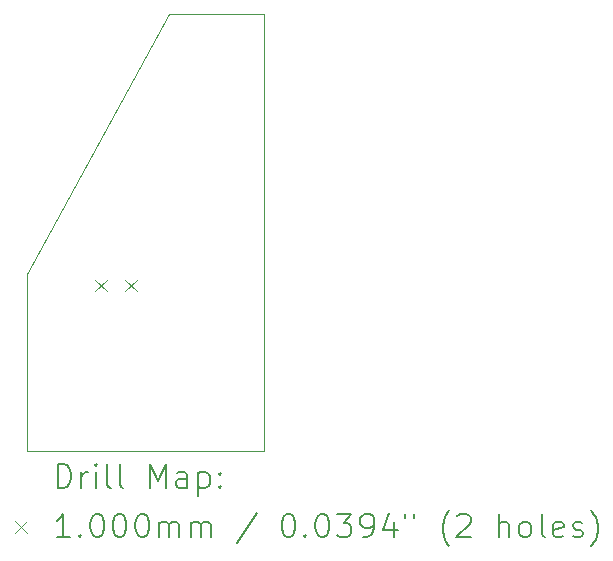
<source format=gbr>
%TF.GenerationSoftware,KiCad,Pcbnew,7.0.5*%
%TF.CreationDate,2023-10-15T18:06:02-04:00*%
%TF.ProjectId,Probe,50726f62-652e-46b6-9963-61645f706362,rev?*%
%TF.SameCoordinates,PX7270e00PY6a55ae0*%
%TF.FileFunction,Drillmap*%
%TF.FilePolarity,Positive*%
%FSLAX45Y45*%
G04 Gerber Fmt 4.5, Leading zero omitted, Abs format (unit mm)*
G04 Created by KiCad (PCBNEW 7.0.5) date 2023-10-15 18:06:02*
%MOMM*%
%LPD*%
G01*
G04 APERTURE LIST*
%ADD10C,0.050000*%
%ADD11C,0.200000*%
%ADD12C,0.100000*%
G04 APERTURE END LIST*
D10*
X2000000Y0D02*
X0Y0D01*
X0Y1500000D01*
X1200000Y3700000D01*
X2000000Y3700000D01*
X2000000Y0D01*
D11*
D12*
X572500Y1450000D02*
X672500Y1350000D01*
X672500Y1450000D02*
X572500Y1350000D01*
X826500Y1450000D02*
X926500Y1350000D01*
X926500Y1450000D02*
X826500Y1350000D01*
D11*
X258277Y-313984D02*
X258277Y-113984D01*
X258277Y-113984D02*
X305896Y-113984D01*
X305896Y-113984D02*
X334467Y-123508D01*
X334467Y-123508D02*
X353515Y-142555D01*
X353515Y-142555D02*
X363039Y-161603D01*
X363039Y-161603D02*
X372562Y-199698D01*
X372562Y-199698D02*
X372562Y-228269D01*
X372562Y-228269D02*
X363039Y-266365D01*
X363039Y-266365D02*
X353515Y-285412D01*
X353515Y-285412D02*
X334467Y-304460D01*
X334467Y-304460D02*
X305896Y-313984D01*
X305896Y-313984D02*
X258277Y-313984D01*
X458277Y-313984D02*
X458277Y-180650D01*
X458277Y-218746D02*
X467801Y-199698D01*
X467801Y-199698D02*
X477324Y-190174D01*
X477324Y-190174D02*
X496372Y-180650D01*
X496372Y-180650D02*
X515420Y-180650D01*
X582086Y-313984D02*
X582086Y-180650D01*
X582086Y-113984D02*
X572563Y-123508D01*
X572563Y-123508D02*
X582086Y-133031D01*
X582086Y-133031D02*
X591610Y-123508D01*
X591610Y-123508D02*
X582086Y-113984D01*
X582086Y-113984D02*
X582086Y-133031D01*
X705896Y-313984D02*
X686848Y-304460D01*
X686848Y-304460D02*
X677324Y-285412D01*
X677324Y-285412D02*
X677324Y-113984D01*
X810658Y-313984D02*
X791610Y-304460D01*
X791610Y-304460D02*
X782086Y-285412D01*
X782086Y-285412D02*
X782086Y-113984D01*
X1039229Y-313984D02*
X1039229Y-113984D01*
X1039229Y-113984D02*
X1105896Y-256841D01*
X1105896Y-256841D02*
X1172563Y-113984D01*
X1172563Y-113984D02*
X1172563Y-313984D01*
X1353515Y-313984D02*
X1353515Y-209222D01*
X1353515Y-209222D02*
X1343991Y-190174D01*
X1343991Y-190174D02*
X1324944Y-180650D01*
X1324944Y-180650D02*
X1286848Y-180650D01*
X1286848Y-180650D02*
X1267801Y-190174D01*
X1353515Y-304460D02*
X1334467Y-313984D01*
X1334467Y-313984D02*
X1286848Y-313984D01*
X1286848Y-313984D02*
X1267801Y-304460D01*
X1267801Y-304460D02*
X1258277Y-285412D01*
X1258277Y-285412D02*
X1258277Y-266365D01*
X1258277Y-266365D02*
X1267801Y-247317D01*
X1267801Y-247317D02*
X1286848Y-237793D01*
X1286848Y-237793D02*
X1334467Y-237793D01*
X1334467Y-237793D02*
X1353515Y-228269D01*
X1448753Y-180650D02*
X1448753Y-380650D01*
X1448753Y-190174D02*
X1467801Y-180650D01*
X1467801Y-180650D02*
X1505896Y-180650D01*
X1505896Y-180650D02*
X1524943Y-190174D01*
X1524943Y-190174D02*
X1534467Y-199698D01*
X1534467Y-199698D02*
X1543991Y-218746D01*
X1543991Y-218746D02*
X1543991Y-275889D01*
X1543991Y-275889D02*
X1534467Y-294936D01*
X1534467Y-294936D02*
X1524943Y-304460D01*
X1524943Y-304460D02*
X1505896Y-313984D01*
X1505896Y-313984D02*
X1467801Y-313984D01*
X1467801Y-313984D02*
X1448753Y-304460D01*
X1629705Y-294936D02*
X1639229Y-304460D01*
X1639229Y-304460D02*
X1629705Y-313984D01*
X1629705Y-313984D02*
X1620182Y-304460D01*
X1620182Y-304460D02*
X1629705Y-294936D01*
X1629705Y-294936D02*
X1629705Y-313984D01*
X1629705Y-190174D02*
X1639229Y-199698D01*
X1639229Y-199698D02*
X1629705Y-209222D01*
X1629705Y-209222D02*
X1620182Y-199698D01*
X1620182Y-199698D02*
X1629705Y-190174D01*
X1629705Y-190174D02*
X1629705Y-209222D01*
D12*
X-102500Y-592500D02*
X-2500Y-692500D01*
X-2500Y-592500D02*
X-102500Y-692500D01*
D11*
X363039Y-733984D02*
X248753Y-733984D01*
X305896Y-733984D02*
X305896Y-533984D01*
X305896Y-533984D02*
X286848Y-562555D01*
X286848Y-562555D02*
X267801Y-581603D01*
X267801Y-581603D02*
X248753Y-591127D01*
X448753Y-714936D02*
X458277Y-724460D01*
X458277Y-724460D02*
X448753Y-733984D01*
X448753Y-733984D02*
X439229Y-724460D01*
X439229Y-724460D02*
X448753Y-714936D01*
X448753Y-714936D02*
X448753Y-733984D01*
X582086Y-533984D02*
X601134Y-533984D01*
X601134Y-533984D02*
X620182Y-543508D01*
X620182Y-543508D02*
X629705Y-553031D01*
X629705Y-553031D02*
X639229Y-572079D01*
X639229Y-572079D02*
X648753Y-610174D01*
X648753Y-610174D02*
X648753Y-657793D01*
X648753Y-657793D02*
X639229Y-695889D01*
X639229Y-695889D02*
X629705Y-714936D01*
X629705Y-714936D02*
X620182Y-724460D01*
X620182Y-724460D02*
X601134Y-733984D01*
X601134Y-733984D02*
X582086Y-733984D01*
X582086Y-733984D02*
X563039Y-724460D01*
X563039Y-724460D02*
X553515Y-714936D01*
X553515Y-714936D02*
X543991Y-695889D01*
X543991Y-695889D02*
X534467Y-657793D01*
X534467Y-657793D02*
X534467Y-610174D01*
X534467Y-610174D02*
X543991Y-572079D01*
X543991Y-572079D02*
X553515Y-553031D01*
X553515Y-553031D02*
X563039Y-543508D01*
X563039Y-543508D02*
X582086Y-533984D01*
X772562Y-533984D02*
X791610Y-533984D01*
X791610Y-533984D02*
X810658Y-543508D01*
X810658Y-543508D02*
X820182Y-553031D01*
X820182Y-553031D02*
X829705Y-572079D01*
X829705Y-572079D02*
X839229Y-610174D01*
X839229Y-610174D02*
X839229Y-657793D01*
X839229Y-657793D02*
X829705Y-695889D01*
X829705Y-695889D02*
X820182Y-714936D01*
X820182Y-714936D02*
X810658Y-724460D01*
X810658Y-724460D02*
X791610Y-733984D01*
X791610Y-733984D02*
X772562Y-733984D01*
X772562Y-733984D02*
X753515Y-724460D01*
X753515Y-724460D02*
X743991Y-714936D01*
X743991Y-714936D02*
X734467Y-695889D01*
X734467Y-695889D02*
X724943Y-657793D01*
X724943Y-657793D02*
X724943Y-610174D01*
X724943Y-610174D02*
X734467Y-572079D01*
X734467Y-572079D02*
X743991Y-553031D01*
X743991Y-553031D02*
X753515Y-543508D01*
X753515Y-543508D02*
X772562Y-533984D01*
X963039Y-533984D02*
X982086Y-533984D01*
X982086Y-533984D02*
X1001134Y-543508D01*
X1001134Y-543508D02*
X1010658Y-553031D01*
X1010658Y-553031D02*
X1020182Y-572079D01*
X1020182Y-572079D02*
X1029705Y-610174D01*
X1029705Y-610174D02*
X1029705Y-657793D01*
X1029705Y-657793D02*
X1020182Y-695889D01*
X1020182Y-695889D02*
X1010658Y-714936D01*
X1010658Y-714936D02*
X1001134Y-724460D01*
X1001134Y-724460D02*
X982086Y-733984D01*
X982086Y-733984D02*
X963039Y-733984D01*
X963039Y-733984D02*
X943991Y-724460D01*
X943991Y-724460D02*
X934467Y-714936D01*
X934467Y-714936D02*
X924943Y-695889D01*
X924943Y-695889D02*
X915420Y-657793D01*
X915420Y-657793D02*
X915420Y-610174D01*
X915420Y-610174D02*
X924943Y-572079D01*
X924943Y-572079D02*
X934467Y-553031D01*
X934467Y-553031D02*
X943991Y-543508D01*
X943991Y-543508D02*
X963039Y-533984D01*
X1115420Y-733984D02*
X1115420Y-600650D01*
X1115420Y-619698D02*
X1124944Y-610174D01*
X1124944Y-610174D02*
X1143991Y-600650D01*
X1143991Y-600650D02*
X1172563Y-600650D01*
X1172563Y-600650D02*
X1191610Y-610174D01*
X1191610Y-610174D02*
X1201134Y-629222D01*
X1201134Y-629222D02*
X1201134Y-733984D01*
X1201134Y-629222D02*
X1210658Y-610174D01*
X1210658Y-610174D02*
X1229705Y-600650D01*
X1229705Y-600650D02*
X1258277Y-600650D01*
X1258277Y-600650D02*
X1277325Y-610174D01*
X1277325Y-610174D02*
X1286848Y-629222D01*
X1286848Y-629222D02*
X1286848Y-733984D01*
X1382086Y-733984D02*
X1382086Y-600650D01*
X1382086Y-619698D02*
X1391610Y-610174D01*
X1391610Y-610174D02*
X1410658Y-600650D01*
X1410658Y-600650D02*
X1439229Y-600650D01*
X1439229Y-600650D02*
X1458277Y-610174D01*
X1458277Y-610174D02*
X1467801Y-629222D01*
X1467801Y-629222D02*
X1467801Y-733984D01*
X1467801Y-629222D02*
X1477324Y-610174D01*
X1477324Y-610174D02*
X1496372Y-600650D01*
X1496372Y-600650D02*
X1524943Y-600650D01*
X1524943Y-600650D02*
X1543991Y-610174D01*
X1543991Y-610174D02*
X1553515Y-629222D01*
X1553515Y-629222D02*
X1553515Y-733984D01*
X1943991Y-524460D02*
X1772563Y-781603D01*
X2201134Y-533984D02*
X2220182Y-533984D01*
X2220182Y-533984D02*
X2239229Y-543508D01*
X2239229Y-543508D02*
X2248753Y-553031D01*
X2248753Y-553031D02*
X2258277Y-572079D01*
X2258277Y-572079D02*
X2267801Y-610174D01*
X2267801Y-610174D02*
X2267801Y-657793D01*
X2267801Y-657793D02*
X2258277Y-695889D01*
X2258277Y-695889D02*
X2248753Y-714936D01*
X2248753Y-714936D02*
X2239229Y-724460D01*
X2239229Y-724460D02*
X2220182Y-733984D01*
X2220182Y-733984D02*
X2201134Y-733984D01*
X2201134Y-733984D02*
X2182087Y-724460D01*
X2182087Y-724460D02*
X2172563Y-714936D01*
X2172563Y-714936D02*
X2163039Y-695889D01*
X2163039Y-695889D02*
X2153515Y-657793D01*
X2153515Y-657793D02*
X2153515Y-610174D01*
X2153515Y-610174D02*
X2163039Y-572079D01*
X2163039Y-572079D02*
X2172563Y-553031D01*
X2172563Y-553031D02*
X2182087Y-543508D01*
X2182087Y-543508D02*
X2201134Y-533984D01*
X2353515Y-714936D02*
X2363039Y-724460D01*
X2363039Y-724460D02*
X2353515Y-733984D01*
X2353515Y-733984D02*
X2343991Y-724460D01*
X2343991Y-724460D02*
X2353515Y-714936D01*
X2353515Y-714936D02*
X2353515Y-733984D01*
X2486848Y-533984D02*
X2505896Y-533984D01*
X2505896Y-533984D02*
X2524944Y-543508D01*
X2524944Y-543508D02*
X2534468Y-553031D01*
X2534468Y-553031D02*
X2543991Y-572079D01*
X2543991Y-572079D02*
X2553515Y-610174D01*
X2553515Y-610174D02*
X2553515Y-657793D01*
X2553515Y-657793D02*
X2543991Y-695889D01*
X2543991Y-695889D02*
X2534468Y-714936D01*
X2534468Y-714936D02*
X2524944Y-724460D01*
X2524944Y-724460D02*
X2505896Y-733984D01*
X2505896Y-733984D02*
X2486848Y-733984D01*
X2486848Y-733984D02*
X2467801Y-724460D01*
X2467801Y-724460D02*
X2458277Y-714936D01*
X2458277Y-714936D02*
X2448753Y-695889D01*
X2448753Y-695889D02*
X2439229Y-657793D01*
X2439229Y-657793D02*
X2439229Y-610174D01*
X2439229Y-610174D02*
X2448753Y-572079D01*
X2448753Y-572079D02*
X2458277Y-553031D01*
X2458277Y-553031D02*
X2467801Y-543508D01*
X2467801Y-543508D02*
X2486848Y-533984D01*
X2620182Y-533984D02*
X2743991Y-533984D01*
X2743991Y-533984D02*
X2677325Y-610174D01*
X2677325Y-610174D02*
X2705896Y-610174D01*
X2705896Y-610174D02*
X2724944Y-619698D01*
X2724944Y-619698D02*
X2734468Y-629222D01*
X2734468Y-629222D02*
X2743991Y-648270D01*
X2743991Y-648270D02*
X2743991Y-695889D01*
X2743991Y-695889D02*
X2734468Y-714936D01*
X2734468Y-714936D02*
X2724944Y-724460D01*
X2724944Y-724460D02*
X2705896Y-733984D01*
X2705896Y-733984D02*
X2648753Y-733984D01*
X2648753Y-733984D02*
X2629706Y-724460D01*
X2629706Y-724460D02*
X2620182Y-714936D01*
X2839229Y-733984D02*
X2877325Y-733984D01*
X2877325Y-733984D02*
X2896372Y-724460D01*
X2896372Y-724460D02*
X2905896Y-714936D01*
X2905896Y-714936D02*
X2924944Y-686365D01*
X2924944Y-686365D02*
X2934467Y-648270D01*
X2934467Y-648270D02*
X2934467Y-572079D01*
X2934467Y-572079D02*
X2924944Y-553031D01*
X2924944Y-553031D02*
X2915420Y-543508D01*
X2915420Y-543508D02*
X2896372Y-533984D01*
X2896372Y-533984D02*
X2858277Y-533984D01*
X2858277Y-533984D02*
X2839229Y-543508D01*
X2839229Y-543508D02*
X2829706Y-553031D01*
X2829706Y-553031D02*
X2820182Y-572079D01*
X2820182Y-572079D02*
X2820182Y-619698D01*
X2820182Y-619698D02*
X2829706Y-638746D01*
X2829706Y-638746D02*
X2839229Y-648270D01*
X2839229Y-648270D02*
X2858277Y-657793D01*
X2858277Y-657793D02*
X2896372Y-657793D01*
X2896372Y-657793D02*
X2915420Y-648270D01*
X2915420Y-648270D02*
X2924944Y-638746D01*
X2924944Y-638746D02*
X2934467Y-619698D01*
X3105896Y-600650D02*
X3105896Y-733984D01*
X3058277Y-524460D02*
X3010658Y-667317D01*
X3010658Y-667317D02*
X3134467Y-667317D01*
X3201134Y-533984D02*
X3201134Y-572079D01*
X3277325Y-533984D02*
X3277325Y-572079D01*
X3572563Y-810174D02*
X3563039Y-800650D01*
X3563039Y-800650D02*
X3543991Y-772079D01*
X3543991Y-772079D02*
X3534468Y-753031D01*
X3534468Y-753031D02*
X3524944Y-724460D01*
X3524944Y-724460D02*
X3515420Y-676841D01*
X3515420Y-676841D02*
X3515420Y-638746D01*
X3515420Y-638746D02*
X3524944Y-591127D01*
X3524944Y-591127D02*
X3534468Y-562555D01*
X3534468Y-562555D02*
X3543991Y-543508D01*
X3543991Y-543508D02*
X3563039Y-514936D01*
X3563039Y-514936D02*
X3572563Y-505412D01*
X3639229Y-553031D02*
X3648753Y-543508D01*
X3648753Y-543508D02*
X3667801Y-533984D01*
X3667801Y-533984D02*
X3715420Y-533984D01*
X3715420Y-533984D02*
X3734468Y-543508D01*
X3734468Y-543508D02*
X3743991Y-553031D01*
X3743991Y-553031D02*
X3753515Y-572079D01*
X3753515Y-572079D02*
X3753515Y-591127D01*
X3753515Y-591127D02*
X3743991Y-619698D01*
X3743991Y-619698D02*
X3629706Y-733984D01*
X3629706Y-733984D02*
X3753515Y-733984D01*
X3991610Y-733984D02*
X3991610Y-533984D01*
X4077325Y-733984D02*
X4077325Y-629222D01*
X4077325Y-629222D02*
X4067801Y-610174D01*
X4067801Y-610174D02*
X4048753Y-600650D01*
X4048753Y-600650D02*
X4020182Y-600650D01*
X4020182Y-600650D02*
X4001134Y-610174D01*
X4001134Y-610174D02*
X3991610Y-619698D01*
X4201134Y-733984D02*
X4182087Y-724460D01*
X4182087Y-724460D02*
X4172563Y-714936D01*
X4172563Y-714936D02*
X4163039Y-695889D01*
X4163039Y-695889D02*
X4163039Y-638746D01*
X4163039Y-638746D02*
X4172563Y-619698D01*
X4172563Y-619698D02*
X4182087Y-610174D01*
X4182087Y-610174D02*
X4201134Y-600650D01*
X4201134Y-600650D02*
X4229706Y-600650D01*
X4229706Y-600650D02*
X4248753Y-610174D01*
X4248753Y-610174D02*
X4258277Y-619698D01*
X4258277Y-619698D02*
X4267801Y-638746D01*
X4267801Y-638746D02*
X4267801Y-695889D01*
X4267801Y-695889D02*
X4258277Y-714936D01*
X4258277Y-714936D02*
X4248753Y-724460D01*
X4248753Y-724460D02*
X4229706Y-733984D01*
X4229706Y-733984D02*
X4201134Y-733984D01*
X4382087Y-733984D02*
X4363039Y-724460D01*
X4363039Y-724460D02*
X4353515Y-705412D01*
X4353515Y-705412D02*
X4353515Y-533984D01*
X4534468Y-724460D02*
X4515420Y-733984D01*
X4515420Y-733984D02*
X4477325Y-733984D01*
X4477325Y-733984D02*
X4458277Y-724460D01*
X4458277Y-724460D02*
X4448753Y-705412D01*
X4448753Y-705412D02*
X4448753Y-629222D01*
X4448753Y-629222D02*
X4458277Y-610174D01*
X4458277Y-610174D02*
X4477325Y-600650D01*
X4477325Y-600650D02*
X4515420Y-600650D01*
X4515420Y-600650D02*
X4534468Y-610174D01*
X4534468Y-610174D02*
X4543992Y-629222D01*
X4543992Y-629222D02*
X4543992Y-648270D01*
X4543992Y-648270D02*
X4448753Y-667317D01*
X4620182Y-724460D02*
X4639230Y-733984D01*
X4639230Y-733984D02*
X4677325Y-733984D01*
X4677325Y-733984D02*
X4696373Y-724460D01*
X4696373Y-724460D02*
X4705896Y-705412D01*
X4705896Y-705412D02*
X4705896Y-695889D01*
X4705896Y-695889D02*
X4696373Y-676841D01*
X4696373Y-676841D02*
X4677325Y-667317D01*
X4677325Y-667317D02*
X4648753Y-667317D01*
X4648753Y-667317D02*
X4629706Y-657793D01*
X4629706Y-657793D02*
X4620182Y-638746D01*
X4620182Y-638746D02*
X4620182Y-629222D01*
X4620182Y-629222D02*
X4629706Y-610174D01*
X4629706Y-610174D02*
X4648753Y-600650D01*
X4648753Y-600650D02*
X4677325Y-600650D01*
X4677325Y-600650D02*
X4696373Y-610174D01*
X4772563Y-810174D02*
X4782087Y-800650D01*
X4782087Y-800650D02*
X4801134Y-772079D01*
X4801134Y-772079D02*
X4810658Y-753031D01*
X4810658Y-753031D02*
X4820182Y-724460D01*
X4820182Y-724460D02*
X4829706Y-676841D01*
X4829706Y-676841D02*
X4829706Y-638746D01*
X4829706Y-638746D02*
X4820182Y-591127D01*
X4820182Y-591127D02*
X4810658Y-562555D01*
X4810658Y-562555D02*
X4801134Y-543508D01*
X4801134Y-543508D02*
X4782087Y-514936D01*
X4782087Y-514936D02*
X4772563Y-505412D01*
M02*

</source>
